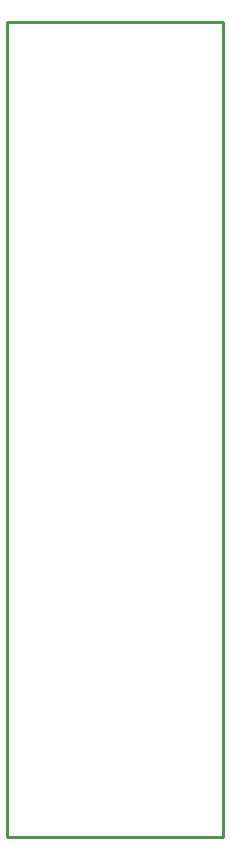
<source format=gbr>
%TF.GenerationSoftware,KiCad,Pcbnew,7.0.9-7.0.9~ubuntu22.04.1*%
%TF.CreationDate,2025-04-08T09:34:51+03:00*%
%TF.ProjectId,PICO2-BB48_Rev_A,5049434f-322d-4424-9234-385f5265765f,A*%
%TF.SameCoordinates,PX8321560PY7f50c60*%
%TF.FileFunction,Profile,NP*%
%FSLAX46Y46*%
G04 Gerber Fmt 4.6, Leading zero omitted, Abs format (unit mm)*
G04 Created by KiCad (PCBNEW 7.0.9-7.0.9~ubuntu22.04.1) date 2025-04-08 09:34:51*
%MOMM*%
%LPD*%
G01*
G04 APERTURE LIST*
%TA.AperFunction,Profile*%
%ADD10C,0.254000*%
%TD*%
G04 APERTURE END LIST*
D10*
X0Y0D02*
X0Y69000000D01*
X18300000Y0D02*
X18300000Y69000000D01*
X0Y69000000D02*
X18300000Y69000000D01*
X0Y0D02*
X18300000Y0D01*
M02*

</source>
